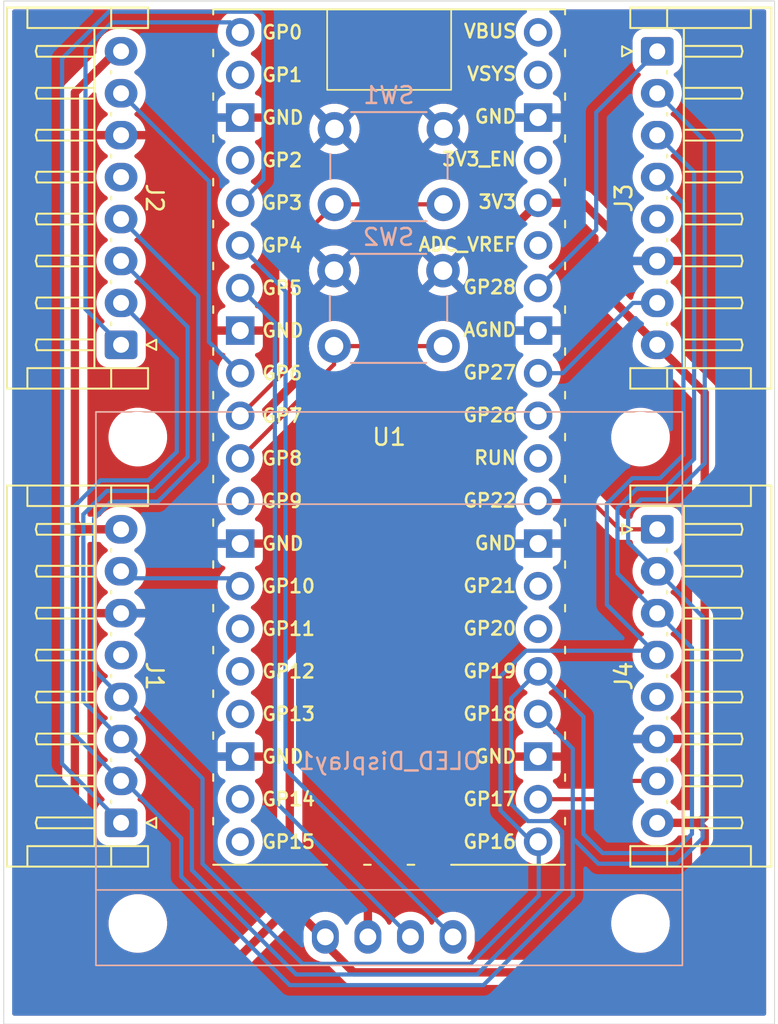
<source format=kicad_pcb>
(kicad_pcb (version 20240108) (generator "pcbnew") (generator_version "8.0")
  (title_block (comment 4 "AISLER Project ID: PPEGBROT"))
  (layers (0 "F.Cu" signal) (31 "B.Cu" signal) (34 "B.Paste" user) (35 "F.Paste" user) (36 "B.SilkS" user "B.Silkscreen") (37 "F.SilkS" user "F.Silkscreen") (38 "B.Mask" user) (39 "F.Mask" user) (44 "Edge.Cuts" user))
  (net 0 "")
  (net 2 "SPI_SCK")
  (net 3 "RFID_1_RST")
  (net 4 "GND")
  (net 5 "RFID_1_SDA")
  (net 6 "SPI_MOSI")
  (net 7 "SPI_MISO")
  (net 8 "RFID_2_SDA")
  (net 9 "RFID_2_RST")
  (net 12 "RFID_3_RST")
  (net 13 "RFID_3_SDA")
  (net 14 "RFID_4_SDA")
  (net 16 "RFID_4_RST")
  (net 17 "+3.3V")
  (net 18 "OLED_SDA")
  (net 19 "OLED_SCL")
  (net 20 "BTN_1")
  (net 36 "BTN_2")
  (footprint "Connector_JST:JST_EH_S8B-EH_1x08_P2.50mm_Horizontal" (layer "F.Cu") (at 66 55.5 -90)
    (property "Reference" "J4" (at 8.75 2 90) (layer "F.SilkS"))
    (property "Value" "Conn_01x08_Socket")
    (pad "1" thru_hole roundrect (at 0 0 270) (size 1.7 1.95) (drill 0.95) (layers "*.Cu" "*.Mask") (roundrect_rratio 0.147059) (net 14 "RFID_4_SDA"))
    (pad "2" thru_hole oval (at 2.5 0 270) (size 1.7 1.95) (drill 0.95) (layers "*.Cu" "*.Mask") (net 2 "SPI_SCK"))
    (pad "3" thru_hole oval (at 5 0 270) (size 1.7 1.95) (drill 0.95) (layers "*.Cu" "*.Mask") (net 6 "SPI_MOSI"))
    (pad "4" thru_hole oval (at 7.5 0 270) (size 1.7 1.95) (drill 0.95) (layers "*.Cu" "*.Mask") (net 7 "SPI_MISO"))
    (pad "5" thru_hole oval (at 10 0 270) (size 1.7 1.95) (drill 0.95) (layers "*.Cu" "*.Mask"))
    (pad "6" thru_hole oval (at 12.5 0 270) (size 1.7 1.95) (drill 0.95) (layers "*.Cu" "*.Mask") (net 4 "GND"))
    (pad "7" thru_hole oval (at 15 0 270) (size 1.7 1.95) (drill 0.95) (layers "*.Cu" "*.Mask") (net 16 "RFID_4_RST"))
    (pad "8" thru_hole oval (at 17.5 0 270) (size 1.7 1.95) (drill 0.95) (layers "*.Cu" "*.Mask") (net 17 "+3.3V"))
  )
  (footprint "Connector_JST:JST_EH_S8B-EH_1x08_P2.50mm_Horizontal" (layer "F.Cu") (at 34 73 90)
    (property "Reference" "J1" (at 8.75 2 -90) (layer "F.SilkS"))
    (property "Value" "Conn_01x08_Socket")
    (pad "1" thru_hole roundrect (at 0 0 90) (size 1.7 1.95) (drill 0.95) (layers "*.Cu" "*.Mask") (roundrect_rratio 0.147059) (net 5 "RFID_1_SDA"))
    (pad "2" thru_hole oval (at 2.5 0 90) (size 1.7 1.95) (drill 0.95) (layers "*.Cu" "*.Mask") (net 2 "SPI_SCK"))
    (pad "3" thru_hole oval (at 5 0 90) (size 1.7 1.95) (drill 0.95) (layers "*.Cu" "*.Mask") (net 6 "SPI_MOSI"))
    (pad "4" thru_hole oval (at 7.5 0 90) (size 1.7 1.95) (drill 0.95) (layers "*.Cu" "*.Mask") (net 7 "SPI_MISO"))
    (pad "5" thru_hole oval (at 10 0 90) (size 1.7 1.95) (drill 0.95) (layers "*.Cu" "*.Mask"))
    (pad "6" thru_hole oval (at 12.5 0 90) (size 1.7 1.95) (drill 0.95) (layers "*.Cu" "*.Mask") (net 4 "GND"))
    (pad "7" thru_hole oval (at 15 0 90) (size 1.7 1.95) (drill 0.95) (layers "*.Cu" "*.Mask") (net 3 "RFID_1_RST"))
    (pad "8" thru_hole oval (at 17.5 0 90) (size 1.7 1.95) (drill 0.95) (layers "*.Cu" "*.Mask") (net 17 "+3.3V"))
  )
  (footprint "MCU_RaspberryPi_and_Boards:RPi_Pico_SMD_TH_Simple" (layer "F.Cu") (at 50 50)
    (property "Reference" "U1" (at 0 0 0) (layer "F.SilkS"))
    (property "Value" "Pico")
    (fp_text user "GP7" (at -6.380953 -1.27 0) (layer "F.SilkS") (effects (font (size 0.8 0.8))))
    (fp_text user "GP14" (at -6 21.59 0) (layer "F.SilkS") (effects (font (size 0.8 0.8))))
    (fp_text user "GP20" (at 6 11.411576 0) (layer "F.SilkS") (effects (font (size 0.8 0.8))))
    (fp_text user "GP19" (at 6 13.95526 0) (layer "F.SilkS") (effects (font (size 0.8 0.8))))
    (fp_text user "GP0" (at -6.380953 -24.13 0) (layer "F.SilkS") (effects (font (size 0.8 0.8))))
    (fp_text user "GND" (at 6.342857 6.324208 0) (layer "F.SilkS") (effects (font (size 0.8 0.8))))
    (fp_text user "GP12" (at -6 13.97 0) (layer "F.SilkS") (effects (font (size 0.8 0.8))))
    (fp_text user "GND" (at -6.342858 19.05 0) (layer "F.SilkS") (effects (font (size 0.8 0.8))))
    (fp_text user "VSYS" (at 6.114286 -21.656316 0) (layer "F.SilkS") (effects (font (size 0.8 0.8))))
    (fp_text user "GND" (at -6.342858 -6.35 0) (layer "F.SilkS") (effects (font (size 0.8 0.8))))
    (fp_text user "3V3_EN" (at 5.371428 -16.568948 0) (layer "F.SilkS") (effects (font (size 0.8 0.8))))
    (fp_text user "GND" (at 6.342857 19.042628 0) (layer "F.SilkS") (effects (font (size 0.8 0.8))))
    (fp_text user "GP26" (at 6 -1.306844 0) (layer "F.SilkS") (effects (font (size 0.8 0.8))))
    (fp_text user "GP17" (at 6 21.586312 0) (layer "F.SilkS") (effects (font (size 0.8 0.8))))
    (fp_text user "GP6" (at -6.380953 -3.81 0) (layer "F.SilkS") (effects (font (size 0.8 0.8))))
    (fp_text user "GND" (at -6.342858 6.35 0) (layer "F.SilkS") (effects (font (size 0.8 0.8))))
    (fp_text user "GP11" (at -6 11.43 0) (layer "F.SilkS") (effects (font (size 0.8 0.8))))
    (fp_text user "GP4" (at -6.380953 -11.43 0) (layer "F.SilkS") (effects (font (size 0.8 0.8))))
    (fp_text user "GP15" (at -6 24.13 0) (layer "F.SilkS") (effects (font (size 0.8 0.8))))
    (fp_text user "GP22" (at 6 3.780524 0) (layer "F.SilkS") (effects (font (size 0.8 0.8))))
    (fp_text user "GP27" (at 6 -3.850528 0) (layer "F.SilkS") (effects (font (size 0.8 0.8))))
    (fp_text user "GP16" (at 6 24.13 0) (layer "F.SilkS") (effects (font (size 0.8 0.8))))
    (fp_text user "GP1" (at -6.380953 -21.59 0) (layer "F.SilkS") (effects (font (size 0.8 0.8))))
    (fp_text user "GP3" (at -6.380953 -13.97 0) (layer "F.SilkS") (effects (font (size 0.8 0.8))))
    (fp_text user "GP9" (at -6.380953 3.81 0) (layer "F.SilkS") (effects (font (size 0.8 0.8))))
    (fp_text user "GP21" (at 6 8.867892 0) (layer "F.SilkS") (effects (font (size 0.8 0.8))))
    (fp_text user "GND" (at 6.342857 -19.112632 0) (layer "F.SilkS") (effects (font (size 0.8 0.8))))
    (fp_text user "GP13" (at -6 16.51 0) (layer "F.SilkS") (effects (font (size 0.8 0.8))))
    (fp_text user "GP2" (at -6.380953 -16.51 0) (layer "F.SilkS") (effects (font (size 0.8 0.8))))
    (fp_text user "3V3" (at 6.457143 -14.025264 0) (layer "F.SilkS") (effects (font (size 0.8 0.8))))
    (fp_text user "GP28" (at 6 -8.937896 0) (layer "F.SilkS") (effects (font (size 0.8 0.8))))
    (fp_text user "GP8" (at -6.380953 1.27 0) (layer "F.SilkS") (effects (font (size 0.8 0.8))))
    (fp_text user "VBUS" (at 6.019048 -24.2 0) (layer "F.SilkS") (effects (font (size 0.8 0.8))))
    (fp_text user "GP10" (at -6 8.89 0) (layer "F.SilkS") (effects (font (size 0.8 0.8))))
    (fp_text user "AGND" (at 6 -6.394212 0) (layer "F.SilkS") (effects (font (size 0.8 0.8))))
    (fp_text user "ADC_VREF" (at 4.666667 -11.48158 0) (layer "F.SilkS") (effects (font (size 0.8 0.8))))
    (fp_text user "GP18" (at 6 16.498944 0) (layer "F.SilkS") (effects (font (size 0.8 0.8))))
    (fp_text user "GND" (at -6.342858 -19.05 0) (layer "F.SilkS") (effects (font (size 0.8 0.8))))
    (fp_text user "RUN" (at 6.32381 1.23684 0) (layer "F.SilkS") (effects (font (size 0.8 0.8))))
    (fp_text user "GP5" (at -6.380953 -8.89 0) (layer "F.SilkS") (effects (font (size 0.8 0.8))))
    (pad "1" thru_hole oval (at -8.89 -24.13) (size 1.7 1.7) (drill 1.02) (layers "*.Cu" "*.Mask") (net 8 "RFID_2_SDA"))
    (pad "2" thru_hole oval (at -8.89 -21.59) (size 1.7 1.7) (drill 1.02) (layers "*.Cu" "*.Mask"))
    (pad "3" thru_hole rect (at -8.89 -19.05) (size 1.7 1.7) (drill 1.02) (layers "*.Cu" "*.Mask") (net 4 "GND"))
    (pad "4" thru_hole oval (at -8.89 -16.51) (size 1.7 1.7) (drill 1.02) (layers "*.Cu" "*.Mask"))
    (pad "5" thru_hole oval (at -8.89 -13.97) (size 1.7 1.7) (drill 1.02) (layers "*.Cu" "*.Mask") (net 5 "RFID_1_SDA"))
    (pad "6" thru_hole oval (at -8.89 -11.43) (size 1.7 1.7) (drill 1.02) (layers "*.Cu" "*.Mask") (net 18 "OLED_SDA"))
    (pad "7" thru_hole oval (at -8.89 -8.89) (size 1.7 1.7) (drill 1.02) (layers "*.Cu" "*.Mask") (net 19 "OLED_SCL"))
    (pad "8" thru_hole rect (at -8.89 -6.35) (size 1.7 1.7) (drill 1.02) (layers "*.Cu" "*.Mask") (net 4 "GND"))
    (pad "9" thru_hole oval (at -8.89 -3.81) (size 1.7 1.7) (drill 1.02) (layers "*.Cu" "*.Mask") (net 9 "RFID_2_RST"))
    (pad "10" thru_hole oval (at -8.89 -1.27) (size 1.7 1.7) (drill 1.02) (layers "*.Cu" "*.Mask") (net 20 "BTN_1"))
    (pad "11" thru_hole oval (at -8.89 1.27) (size 1.7 1.7) (drill 1.02) (layers "*.Cu" "*.Mask") (net 36 "BTN_2"))
    (pad "12" thru_hole oval (at -8.89 3.81) (size 1.7 1.7) (drill 1.02) (layers "*.Cu" "*.Mask"))
    (pad "13" thru_hole rect (at -8.89 6.35) (size 1.7 1.7) (drill 1.02) (layers "*.Cu" "*.Mask") (net 4 "GND"))
    (pad "14" thru_hole oval (at -8.89 8.89) (size 1.7 1.7) (drill 1.02) (layers "*.Cu" "*.Mask") (net 3 "RFID_1_RST"))
    (pad "15" thru_hole oval (at -8.89 11.43) (size 1.7 1.7) (drill 1.02) (layers "*.Cu" "*.Mask"))
    (pad "16" thru_hole oval (at -8.89 13.97) (size 1.7 1.7) (drill 1.02) (layers "*.Cu" "*.Mask"))
    (pad "17" thru_hole oval (at -8.89 16.51) (size 1.7 1.7) (drill 1.02) (layers "*.Cu" "*.Mask"))
    (pad "18" thru_hole rect (at -8.89 19.05) (size 1.7 1.7) (drill 1.02) (layers "*.Cu" "*.Mask") (net 4 "GND"))
    (pad "19" thru_hole oval (at -8.89 21.59) (size 1.7 1.7) (drill 1.02) (layers "*.Cu" "*.Mask"))
    (pad "20" thru_hole oval (at -8.89 24.13) (size 1.7 1.7) (drill 1.02) (layers "*.Cu" "*.Mask"))
    (pad "21" thru_hole oval (at 8.89 24.13) (size 1.7 1.7) (drill 1.02) (layers "*.Cu" "*.Mask") (net 7 "SPI_MISO"))
    (pad "22" thru_hole oval (at 8.89 21.59) (size 1.7 1.7) (drill 1.02) (layers "*.Cu" "*.Mask") (net 16 "RFID_4_RST"))
    (pad "23" thru_hole rect (at 8.89 19.05) (size 1.7 1.7) (drill 1.02) (layers "*.Cu" "*.Mask") (net 4 "GND"))
    (pad "24" thru_hole oval (at 8.89 16.51) (size 1.7 1.7) (drill 1.02) (layers "*.Cu" "*.Mask") (net 2 "SPI_SCK"))
    (pad "25" thru_hole oval (at 8.89 13.97) (size 1.7 1.7) (drill 1.02) (layers "*.Cu" "*.Mask") (net 6 "SPI_MOSI"))
    (pad "26" thru_hole oval (at 8.89 11.43) (size 1.7 1.7) (drill 1.02) (layers "*.Cu" "*.Mask"))
    (pad "27" thru_hole oval (at 8.89 8.89) (size 1.7 1.7) (drill 1.02) (layers "*.Cu" "*.Mask"))
    (pad "28" thru_hole rect (at 8.89 6.35) (size 1.7 1.7) (drill 1.02) (layers "*.Cu" "*.Mask") (net 4 "GND"))
    (pad "29" thru_hole oval (at 8.89 3.81) (size 1.7 1.7) (drill 1.02) (layers "*.Cu" "*.Mask") (net 14 "RFID_4_SDA"))
    (pad "30" thru_hole oval (at 8.89 1.27) (size 1.7 1.7) (drill 1.02) (layers "*.Cu" "*.Mask"))
    (pad "31" thru_hole oval (at 8.89 -1.27) (size 1.7 1.7) (drill 1.02) (layers "*.Cu" "*.Mask"))
    (pad "32" thru_hole oval (at 8.89 -3.81) (size 1.7 1.7) (drill 1.02) (layers "*.Cu" "*.Mask") (net 12 "RFID_3_RST"))
    (pad "33" thru_hole rect (at 8.89 -6.35) (size 1.7 1.7) (drill 1.02) (layers "*.Cu" "*.Mask") (net 4 "GND"))
    (pad "34" thru_hole oval (at 8.89 -8.89) (size 1.7 1.7) (drill 1.02) (layers "*.Cu" "*.Mask") (net 13 "RFID_3_SDA"))
    (pad "35" thru_hole oval (at 8.89 -11.43) (size 1.7 1.7) (drill 1.02) (layers "*.Cu" "*.Mask"))
    (pad "36" thru_hole oval (at 8.89 -13.97) (size 1.7 1.7) (drill 1.02) (layers "*.Cu" "*.Mask") (net 17 "+3.3V"))
    (pad "37" thru_hole oval (at 8.89 -16.51) (size 1.7 1.7) (drill 1.02) (layers "*.Cu" "*.Mask"))
    (pad "38" thru_hole rect (at 8.89 -19.05) (size 1.7 1.7) (drill 1.02) (layers "*.Cu" "*.Mask") (net 4 "GND"))
    (pad "39" thru_hole oval (at 8.89 -21.59) (size 1.7 1.7) (drill 1.02) (layers "*.Cu" "*.Mask"))
    (pad "40" thru_hole oval (at 8.89 -24.13) (size 1.7 1.7) (drill 1.02) (layers "*.Cu" "*.Mask"))
  )
  (footprint "Connector_JST:JST_EH_S8B-EH_1x08_P2.50mm_Horizontal" (layer "F.Cu") (at 66 27 -90)
    (property "Reference" "J3" (at 8.75 2 90) (layer "F.SilkS"))
    (property "Value" "Conn_01x08_Socket")
    (pad "1" thru_hole roundrect (at 0 0 270) (size 1.7 1.95) (drill 0.95) (layers "*.Cu" "*.Mask") (roundrect_rratio 0.147059) (net 13 "RFID_3_SDA"))
    (pad "2" thru_hole oval (at 2.5 0 270) (size 1.7 1.95) (drill 0.95) (layers "*.Cu" "*.Mask") (net 2 "SPI_SCK"))
    (pad "3" thru_hole oval (at 5 0 270) (size 1.7 1.95) (drill 0.95) (layers "*.Cu" "*.Mask") (net 6 "SPI_MOSI"))
    (pad "4" thru_hole oval (at 7.5 0 270) (size 1.7 1.95) (drill 0.95) (layers "*.Cu" "*.Mask") (net 7 "SPI_MISO"))
    (pad "5" thru_hole oval (at 10 0 270) (size 1.7 1.95) (drill 0.95) (layers "*.Cu" "*.Mask"))
    (pad "6" thru_hole oval (at 12.5 0 270) (size 1.7 1.95) (drill 0.95) (layers "*.Cu" "*.Mask") (net 4 "GND"))
    (pad "7" thru_hole oval (at 15 0 270) (size 1.7 1.95) (drill 0.95) (layers "*.Cu" "*.Mask") (net 12 "RFID_3_RST"))
    (pad "8" thru_hole oval (at 17.5 0 270) (size 1.7 1.95) (drill 0.95) (layers "*.Cu" "*.Mask") (net 17 "+3.3V"))
  )
  (footprint "Connector_JST:JST_EH_S8B-EH_1x08_P2.50mm_Horizontal" (layer "F.Cu") (at 34 44.5 90)
    (property "Reference" "J2" (at 8.75 2 -90) (layer "F.SilkS"))
    (property "Value" "Conn_01x08_Socket")
    (pad "1" thru_hole roundrect (at 0 0 90) (size 1.7 1.95) (drill 0.95) (layers "*.Cu" "*.Mask") (roundrect_rratio 0.147059) (net 8 "RFID_2_SDA"))
    (pad "2" thru_hole oval (at 2.5 0 90) (size 1.7 1.95) (drill 0.95) (layers "*.Cu" "*.Mask") (net 2 "SPI_SCK"))
    (pad "3" thru_hole oval (at 5 0 90) (size 1.7 1.95) (drill 0.95) (layers "*.Cu" "*.Mask") (net 6 "SPI_MOSI"))
    (pad "4" thru_hole oval (at 7.5 0 90) (size 1.7 1.95) (drill 0.95) (layers "*.Cu" "*.Mask") (net 7 "SPI_MISO"))
    (pad "5" thru_hole oval (at 10 0 90) (size 1.7 1.95) (drill 0.95) (layers "*.Cu" "*.Mask"))
    (pad "6" thru_hole oval (at 12.5 0 90) (size 1.7 1.95) (drill 0.95) (layers "*.Cu" "*.Mask") (net 4 "GND"))
    (pad "7" thru_hole oval (at 15 0 90) (size 1.7 1.95) (drill 0.95) (layers "*.Cu" "*.Mask") (net 9 "RFID_2_RST"))
    (pad "8" thru_hole oval (at 17.5 0 90) (size 1.7 1.95) (drill 0.95) (layers "*.Cu" "*.Mask") (net 17 "+3.3V"))
  )
  (footprint "Button_Switch_THT:SW_PUSH_6mm_H7.3mm" (layer "B.Cu") (at 53.236 31.623 180)
    (property "Reference" "SW1" (at 3.25 2 180) (layer "B.SilkS") (effects (justify mirror)))
    (property "Value" "SW_Push")
    (pad "1" thru_hole circle (at 0 0 90) (size 2 2) (drill 1.1) (layers "*.Cu" "*.Mask") (net 4 "GND"))
    (pad "1" thru_hole circle (at 6.5 0 90) (size 2 2) (drill 1.1) (layers "*.Cu" "*.Mask") (net 4 "GND"))
    (pad "2" thru_hole circle (at 0 -4.5 90) (size 2 2) (drill 1.1) (layers "*.Cu" "*.Mask") (net 20 "BTN_1"))
    (pad "2" thru_hole circle (at 6.5 -4.5 90) (size 2 2) (drill 1.1) (layers "*.Cu" "*.Mask") (net 20 "BTN_1"))
  )
  (footprint "SSD1306:128x64OLED_1.3" (layer "B.Cu") (at 50 65)
    (property "Reference" "OLED_Display1" (at 0.038 4.326 0) (layer "B.SilkS") (effects (justify mirror)))
    (property "Value" "SSD1306")
    (pad "" np_thru_hole circle (at -15 -15) (size 3 3) (drill 3) (layers "F&B.Cu" "*.Mask"))
    (pad "" np_thru_hole circle (at -15 14) (size 3 3) (drill 3) (layers "F&B.Cu" "*.Mask"))
    (pad "" np_thru_hole circle (at 15 -15) (size 3 3) (drill 3) (layers "F&B.Cu" "*.Mask"))
    (pad "" np_thru_hole circle (at 15 14) (size 3 3) (drill 3) (layers "F&B.Cu" "*.Mask"))
    (pad "1" thru_hole oval (at -1.27 14.8 270) (size 2 1.6) (drill 1) (layers "*.Cu" "*.Mask") (net 4 "GND"))
    (pad "2" thru_hole oval (at -3.81 14.8 270) (size 2 1.6) (drill 1) (layers "*.Cu" "*.Mask") (net 17 "+3.3V"))
    (pad "3" thru_hole oval (at 1.27 14.8 270) (size 2 1.6) (drill 1) (layers "*.Cu" "*.Mask") (net 19 "OLED_SCL"))
    (pad "4" thru_hole oval (at 3.81 14.8 270) (size 2 1.6) (drill 1) (layers "*.Cu" "*.Mask") (net 18 "OLED_SDA"))
  )
  (footprint "Button_Switch_THT:SW_PUSH_6mm_H7.3mm" (layer "B.Cu") (at 53.213 40.077 180)
    (property "Reference" "SW2" (at 3.25 2 180) (layer "B.SilkS") (effects (justify mirror)))
    (property "Value" "SW_Push")
    (pad "1" thru_hole circle (at 0 0 90) (size 2 2) (drill 1.1) (layers "*.Cu" "*.Mask") (net 4 "GND"))
    (pad "1" thru_hole circle (at 6.5 0 90) (size 2 2) (drill 1.1) (layers "*.Cu" "*.Mask") (net 4 "GND"))
    (pad "2" thru_hole circle (at 0 -4.5 90) (size 2 2) (drill 1.1) (layers "*.Cu" "*.Mask") (net 36 "BTN_2"))
    (pad "2" thru_hole circle (at 6.5 -4.5 90) (size 2 2) (drill 1.1) (layers "*.Cu" "*.Mask") (net 36 "BTN_2"))
  )
  (gr_rect (start 27 24) (end 73 85) (stroke (width 0.05)) (fill none) (layer "Edge.Cuts"))
  (segment (start 35.6235 52.578) (end 37.327 50.8745) (width 0.25) (layer "B.Cu") (net 2))
  (segment (start 60.96 68.58) (end 58.89 66.51) (width 0.25) (layer "B.Cu") (net 2))
  (segment (start 67.183 75.438) (end 68.707 73.914) (width 0.25) (layer "B.Cu") (net 2))
  (segment (start 65.025396 53.721) (end 66.675 53.721) (width 0.25) (layer "B.Cu") (net 2))
  (segment (start 60.96 74.168) (end 60.96 73.914) (width 0.25) (layer "B.Cu") (net 2))
  (segment (start 32.766 52.578) (end 35.6235 52.578) (width 0.25) (layer "B.Cu") (net 2))
  (segment (start 66 58) (end 64.262 56.262) (width 0.25) (layer "B.Cu") (net 2))
  (segment (start 37.592 73.914) (end 37.592 76.2) (width 0.25) (layer "B.Cu") (net 2))
  (segment (start 37.327 45.327) (end 34 42) (width 0.25) (layer "B.Cu") (net 2))
  (segment (start 68.834 32.334) (end 66 29.5) (width 0.25) (layer "B.Cu") (net 2))
  (segment (start 34 70.5) (end 34.178 70.5) (width 0.25) (layer "B.Cu") (net 2))
  (segment (start 34.178 70.5) (end 37.592 73.914) (width 0.25) (layer "B.Cu") (net 2))
  (segment (start 44.069 82.677) (end 55.626 82.677) (width 0.25) (layer "B.Cu") (net 2))
  (segment (start 55.626 82.677) (end 60.96 77.343) (width 0.25) (layer "B.Cu") (net 2))
  (segment (start 66.675 53.721) (end 68.834 51.562) (width 0.25) (layer "B.Cu") (net 2))
  (segment (start 37.592 76.2) (end 44.069 82.677) (width 0.25) (layer "B.Cu") (net 2))
  (segment (start 68.834 51.562) (end 68.834 32.334) (width 0.25) (layer "B.Cu") (net 2))
  (segment (start 31.115 67.615) (end 31.115 54.229) (width 0.25) (layer "B.Cu") (net 2))
  (segment (start 37.327 50.8745) (end 37.327 45.327) (width 0.25) (layer "B.Cu") (net 2))
  (segment (start 64.262 56.262) (end 64.262 54.484396) (width 0.25) (layer "B.Cu") (net 2))
  (segment (start 60.96 74.168) (end 60.96 68.58) (width 0.25) (layer "B.Cu") (net 2))
  (segment (start 62.484 75.438) (end 67.183 75.438) (width 0.25) (layer "B.Cu") (net 2))
  (segment (start 60.96 73.914) (end 62.484 75.438) (width 0.25) (layer "B.Cu") (net 2))
  (segment (start 34 70.5) (end 31.115 67.615) (width 0.25) (layer "B.Cu") (net 2))
  (segment (start 31.115 54.229) (end 32.766 52.578) (width 0.25) (layer "B.Cu") (net 2))
  (segment (start 64.262 54.484396) (end 65.025396 53.721) (width 0.25) (layer "B.Cu") (net 2))
  (segment (start 60.96 77.343) (end 60.96 76.962) (width 0.25) (layer "B.Cu") (net 2))
  (segment (start 60.96 76.962) (end 60.96 74.168) (width 0.25) (layer "B.Cu") (net 2))
  (segment (start 68.707 73.914) (end 68.707 60.707) (width 0.25) (layer "B.Cu") (net 2))
  (segment (start 68.707 60.707) (end 66 58) (width 0.25) (layer "B.Cu") (net 2))
  (segment (start 40.64 58.42) (end 41.11 58.89) (width 0.25) (layer "B.Cu") (net 3))
  (segment (start 34.42 58.42) (end 40.64 58.42) (width 0.25) (layer "B.Cu") (net 3))
  (segment (start 34 58) (end 34.42 58.42) (width 0.25) (layer "B.Cu") (net 3))
  (segment (start 34 73) (end 30.48 69.48) (width 0.25) (layer "B.Cu") (net 5))
  (segment (start 42.5 34.64) (end 41.11 36.03) (width 0.25) (layer "B.Cu") (net 5))
  (segment (start 42.5 24.847) (end 42.5 34.64) (width 0.25) (layer "B.Cu") (net 5))
  (segment (start 30.48 69.48) (end 30.48 27.432) (width 0.25) (layer "B.Cu") (net 5))
  (segment (start 30.48 27.432) (end 33.274 24.638) (width 0.25) (layer "B.Cu") (net 5))
  (segment (start 33.274 24.638) (end 42.291 24.638) (width 0.25) (layer "B.Cu") (net 5))
  (segment (start 42.291 24.638) (end 42.5 24.847) (width 0.25) (layer "B.Cu") (net 5))
  (segment (start 64.771396 53.086) (end 66.421 53.086) (width 0.25) (layer "B.Cu") (net 6))
  (segment (start 63.627 54.230396) (end 64.771396 53.086) (width 0.25) (layer "B.Cu") (net 6))
  (segment (start 35.941 53.213) (end 37.973 51.181) (width 0.25) (layer "B.Cu") (net 6))
  (segment (start 60.325 73.533001) (end 60.325 76.962) (width 0.25) (layer "B.Cu") (net 6))
  (segment (start 34.039 39.5) (end 34 39.5) (width 0.25) (layer "B.Cu") (net 6))
  (segment (start 66.929 74.803) (end 68.072 73.66) (width 0.25) (layer "B.Cu") (net 6))
  (segment (start 57.277 71.880604) (end 58.294396 72.898) (width 0.25) (layer "B.Cu") (net 6))
  (segment (start 61.595 66.675) (end 61.595 73.66) (width 0.25) (layer "B.Cu") (net 6))
  (segment (start 34 68) (end 31.75 65.75) (width 0.25) (layer "B.Cu") (net 6))
  (segment (start 66.421 53.086) (end 68.199 51.308) (width 0.25) (layer "B.Cu") (net 6))
  (segment (start 44.45 82.042) (end 38.227 75.819) (width 0.25) (layer "B.Cu") (net 6))
  (segment (start 31.75 54.61) (end 33.147 53.213) (width 0.25) (layer "B.Cu") (net 6))
  (segment (start 33.147 53.213) (end 35.941 53.213) (width 0.25) (layer "B.Cu") (net 6))
  (segment (start 31.75 65.75) (end 31.75 54.61) (width 0.25) (layer "B.Cu") (net 6))
  (segment (start 58.89 63.97) (end 57.277 65.583) (width 0.25) (layer "B.Cu") (net 6))
  (segment (start 62.738 74.803) (end 66.929 74.803) (width 0.25) (layer "B.Cu") (net 6))
  (segment (start 61.595 73.66) (end 62.738 74.803) (width 0.25) (layer "B.Cu") (net 6))
  (segment (start 68.072 62.572) (end 66 60.5) (width 0.25) (layer "B.Cu") (net 6))
  (segment (start 60.325 76.962) (end 55.245 82.042) (width 0.25) (layer "B.Cu") (net 6))
  (segment (start 59.689999 72.898) (end 60.325 73.533001) (width 0.25) (layer "B.Cu") (net 6))
  (segment (start 57.277 65.583) (end 57.277 71.880604) (width 0.25) (layer "B.Cu") (net 6))
  (segment (start 55.245 82.042) (end 44.45 82.042) (width 0.25) (layer "B.Cu") (net 6))
  (segment (start 68.199 51.308) (end 68.199 34.199) (width 0.25) (layer "B.Cu") (net 6))
  (segment (start 68.199 34.199) (end 66 32) (width 0.25) (layer "B.Cu") (net 6))
  (segment (start 68.072 73.66) (end 68.072 62.572) (width 0.25) (layer "B.Cu") (net 6))
  (segment (start 63.627 58.127) (end 63.627 54.230396) (width 0.25) (layer "B.Cu") (net 6))
  (segment (start 38.227 75.819) (end 38.227 72.227) (width 0.25) (layer "B.Cu") (net 6))
  (segment (start 37.973 43.434) (end 34.039 39.5) (width 0.25) (layer "B.Cu") (net 6))
  (segment (start 66 60.5) (end 63.627 58.127) (width 0.25) (layer "B.Cu") (net 6))
  (segment (start 38.227 72.227) (end 34 68) (width 0.25) (layer "B.Cu") (net 6))
  (segment (start 58.294396 72.898) (end 59.689999 72.898) (width 0.25) (layer "B.Cu") (net 6))
  (segment (start 58.89 63.97) (end 61.595 66.675) (width 0.25) (layer "B.Cu") (net 6))
  (segment (start 37.973 51.181) (end 37.973 43.434) (width 0.25) (layer "B.Cu") (net 6))
  (segment (start 58.928 74.168) (end 58.928 77.343) (width 0.25) (layer "B.Cu") (net 7))
  (segment (start 65.738 62.738) (end 66 63) (width 0.25) (layer "B.Cu") (net 7))
  (segment (start 38.862 70.362) (end 34 65.5) (width 0.25) (layer "B.Cu") (net 7))
  (segment (start 38.862 75.438) (end 38.862 70.362) (width 0.25) (layer "B.Cu") (net 7))
  (segment (start 64.516 52.451) (end 66.167 52.451) (width 0.25) (layer "B.Cu") (net 7))
  (segment (start 58.166 62.738) (end 65.738 62.738) (width 0.25) (layer "B.Cu") (net 7))
  (segment (start 33.401 53.848) (end 36.195 53.848) (width 0.25) (layer "B.Cu") (net 7))
  (segment (start 34 65.5) (end 32.385 63.885) (width 0.25) (layer "B.Cu") (net 7))
  (segment (start 32.385 63.885) (end 32.385 54.864) (width 0.25) (layer "B.Cu") (net 7))
  (segment (start 36.195 53.848) (end 38.608 51.435) (width 0.25) (layer "B.Cu") (net 7))
  (segment (start 58.89 74.13) (end 58.509 74.13) (width 0.25) (layer "B.Cu") (net 7))
  (segment (start 58.928 77.343) (end 54.864 81.407) (width 0.25) (layer "B.Cu") (net 7))
  (segment (start 38.608 41.608) (end 34 37) (width 0.25) (layer "B.Cu") (net 7))
  (segment (start 67.564 36.064) (end 66 34.5) (width 0.25) (layer "B.Cu") (net 7))
  (segment (start 58.89 74.13) (end 58.928 74.168) (width 0.25) (layer "B.Cu") (net 7))
  (segment (start 62.992 59.992) (end 62.992 53.975) (width 0.25) (layer "B.Cu") (net 7))
  (segment (start 32.385 54.864) (end 33.401 53.848) (width 0.25) (layer "B.Cu") (net 7))
  (segment (start 66 63) (end 62.992 59.992) (width 0.25) (layer "B.Cu") (net 7))
  (segment (start 44.831 81.407) (end 38.862 75.438) (width 0.25) (layer "B.Cu") (net 7))
  (segment (start 67.564 51.054) (end 67.564 36.064) (width 0.25) (layer "B.Cu") (net 7))
  (segment (start 58.509 74.13) (end 56.642 72.263) (width 0.25) (layer "B.Cu") (net 7))
  (segment (start 56.642 64.262) (end 58.166 62.738) (width 0.25) (layer "B.Cu") (net 7))
  (segment (start 66.167 52.451) (end 67.564 51.054) (width 0.25) (layer "B.Cu") (net 7))
  (segment (start 62.992 53.975) (end 64.516 52.451) (width 0.25) (layer "B.Cu") (net 7))
  (segment (start 54.864 81.407) (end 44.831 81.407) (width 0.25) (layer "B.Cu") (net 7))
  (segment (start 38.608 51.435) (end 38.608 41.608) (width 0.25) (layer "B.Cu") (net 7))
  (segment (start 56.642 72.263) (end 56.642 64.262) (width 0.25) (layer "B.Cu") (net 7))
  (segment (start 40.513 25.273) (end 41.11 25.87) (width 0.25) (layer "B.Cu") (net 8))
  (segment (start 31.877 26.8605) (end 33.4645 25.273) (width 0.25) (layer "B.Cu") (net 8))
  (segment (start 34 44.5) (end 31.877 42.377) (width 0.25) (layer "B.Cu") (net 8))
  (segment (start 31.877 42.377) (end 31.877 26.8605) (width 0.25) (layer "B.Cu") (net 8))
  (segment (start 33.4645 25.273) (end 40.513 25.273) (width 0.25) (layer "B.Cu") (net 8))
  (segment (start 39.243 44.323) (end 41.11 46.19) (width 0.25) (layer "B.Cu") (net 9))
  (segment (start 39.243 34.743) (end 39.243 44.323) (width 0.25) (layer "B.Cu") (net 9))
  (segment (start 34 29.5) (end 39.243 34.743) (width 0.25) (layer "B.Cu") (net 9))
  (segment (start 60.363 46.19) (end 58.89 46.19) (width 0.25) (layer "B.Cu") (net 12))
  (segment (start 66 42) (end 64.553 42) (width 0.25) (layer "B.Cu") (net 12))
  (segment (start 64.553 42) (end 60.363 46.19) (width 0.25) (layer "B.Cu") (net 12))
  (segment (start 62.357 30.643) (end 62.357 37.643) (width 0.25) (layer "B.Cu") (net 13))
  (segment (start 62.357 37.643) (end 58.89 41.11) (width 0.25) (layer "B.Cu") (net 13))
  (segment (start 66 27) (end 62.357 30.643) (width 0.25) (layer "B.Cu") (net 13))
  (segment (start 66 55.5) (end 63.75 55.5) (width 0.25) (layer "F.Cu") (net 14))
  (segment (start 62.06 53.81) (end 58.89 53.81) (width 0.25) (layer "F.Cu") (net 14))
  (segment (start 63.75 55.5) (end 62.06 53.81) (width 0.25) (layer "F.Cu") (net 14))
  (segment (start 66 70.5) (end 63.75 70.5) (width 0.25) (layer "F.Cu") (net 16))
  (segment (start 62.66 71.59) (end 58.89 71.59) (width 0.25) (layer "F.Cu") (net 16))
  (segment (start 63.75 70.5) (end 62.66 71.59) (width 0.25) (layer "F.Cu") (net 16))
  (segment (start 68.453 73.025) (end 68.834 72.644) (width 0.5) (layer "F.Cu") (net 17))
  (segment (start 46.19 80.226) (end 47.879 81.915) (width 0.5) (layer "F.Cu") (net 17))
  (segment (start 46.19 79.8) (end 46.19 80.226) (width 0.5) (layer "F.Cu") (net 17))
  (segment (start 68.834 72.644) (end 68.834 47.371) (width 0.5) (layer "F.Cu") (net 17))
  (segment (start 46.018 79.8) (end 46.19 79.8) (width 0.5) (layer "F.Cu") (net 17))
  (segment (start 68.834 78.74) (end 68.834 73.406) (width 0.5) (layer "F.Cu") (net 17))
  (segment (start 65.659 81.915) (end 68.834 78.74) (width 0.5) (layer "F.Cu") (net 17))
  (segment (start 63.246 37.719) (end 61.557 36.03) (width 0.5) (layer "F.Cu") (net 17))
  (segment (start 44.069 64.262) (end 44.069 77) (width 0.5) (layer "F.Cu") (net 17))
  (segment (start 61.557 36.03) (end 58.89 36.03) (width 0.5) (layer "F.Cu") (net 17))
  (segment (start 58.89 36.03) (end 56.261 38.659) (width 0.5) (layer "F.Cu") (net 17))
  (segment (start 56.261 52.07) (end 44.069 64.262) (width 0.5) (layer "F.Cu") (net 17))
  (segment (start 44.069 77.978) (end 44.069 77.679) (width 0.5) (layer "F.Cu") (net 17))
  (segment (start 66 44.537) (end 66 44.5) (width 0.5) (layer "F.Cu") (net 17))
  (segment (start 68.834 47.371) (end 66 44.537) (width 0.5) (layer "F.Cu") (net 17))
  (segment (start 63.246 41.746) (end 63.246 37.719) (width 0.5) (layer "F.Cu") (net 17))
  (segment (start 40.132 81.915) (end 44.069 77.978) (width 0.5) (layer "F.Cu") (net 17))
  (segment (start 34 55.5) (end 33.872 55.372) (width 0.5) (layer "F.Cu") (net 17))
  (segment (start 47.879 81.915) (end 65.659 81.915) (width 0.5) (layer "F.Cu") (net 17))
  (segment (start 34.163 81.915) (end 40.132 81.915) (width 0.5) (layer "F.Cu") (net 17))
  (segment (start 31.624 55.5) (end 31.623 55.499) (width 0.5) (layer "F.Cu") (net 17))
  (segment (start 44.069 77.679) (end 44.069 77.851) (width 0.5) (layer "F.Cu") (net 17))
  (segment (start 68.834 73.406) (end 68.453 73.025) (width 0.5) (layer "F.Cu") (net 17))
  (segment (start 31.242 78.994) (end 34.163 81.915) (width 0.5) (layer "F.Cu") (net 17))
  (segment (start 31.242 55.118) (end 31.623 55.499) (width 0.5) (layer "F.Cu") (net 17))
  (segment (start 68.428 73) (end 68.453 73.025) (width 0.5) (layer "F.Cu") (net 17))
  (segment (start 58.89 36.03) (end 59.233 35.687) (width 0.5) (layer "F.Cu") (net 17))
  (segment (start 33.706 27) (end 31.242 29.464) (width 0.5) (layer "F.Cu") (net 17))
  (segment (start 31.623 55.499) (end 31.242 55.88) (width 0.5) (layer "F.Cu") (net 17))
  (segment (start 44.069 77.851) (end 46.018 79.8) (width 0.5) (layer "F.Cu") (net 17))
  (segment (start 44.069 77) (end 44.069 77.679) (width 0.5) (layer "F.Cu") (net 17))
  (segment (start 34 55.5) (end 31.624 55.5) (width 0.5) (layer "F.Cu") (net 17))
  (segment (start 34 27) (end 33.706 27) (width 0.5) (layer "F.Cu") (net 17))
  (segment (start 66 73) (end 68.428 73) (width 0.5) (layer "F.Cu") (net 17))
  (segment (start 31.242 55.88) (end 31.242 78.994) (width 0.5) (layer "F.Cu") (net 17))
  (segment (start 31.242 29.464) (end 31.242 55.118) (width 0.5) (layer "F.Cu") (net 17))
  (segment (start 56.261 38.659) (end 56.261 52.07) (width 0.5) (layer "F.Cu") (net 17))
  (segment (start 34 27) (end 34 26.579) (width 0.5) (layer "F.Cu") (net 17))
  (segment (start 66 44.5) (end 63.246 41.746) (width 0.5) (layer "F.Cu") (net 17))
  (segment (start 43.815 41.315) (end 43.815 69.805) (width 0.25) (layer "B.Cu") (net 18))
  (segment (start 41.11 38.61) (end 43.815 41.315) (width 0.25) (layer "B.Cu") (net 18))
  (segment (start 43.815 69.805) (end 53.81 79.8) (width 0.25) (layer "B.Cu") (net 18))
  (segment (start 41.11 38.57) (end 41.11 38.61) (width 0.25) (layer "B.Cu") (net 18))
  (segment (start 43.18 43.18) (end 43.18 71.71) (width 0.25) (layer "B.Cu") (net 19))
  (segment (start 43.18 71.71) (end 51.27 79.8) (width 0.25) (layer "B.Cu") (net 19))
  (segment (start 41.11 41.11) (end 43.18 43.18) (width 0.25) (layer "B.Cu") (net 19))
  (segment (start 41.11 48.73) (end 44.069 45.771) (width 0.25) (layer "F.Cu") (net 20))
  (segment (start 44.069 45.771) (end 44.069 38.79) (width 0.25) (layer "F.Cu") (net 20))
  (segment (start 44.069 38.79) (end 46.736 36.123) (width 0.25) (layer "F.Cu") (net 20))
  (segment (start 46.736 36.123) (end 53.236 36.123) (width 0.25) (layer "F.Cu") (net 20))
  (segment (start 46.713 44.577) (end 53.213 44.577) (width 0.25) (layer "F.Cu") (net 36))
  (segment (start 46.713 45.667) (end 46.713 44.577) (width 0.25) (layer "F.Cu") (net 36))
  (segment (start 41.11 51.27) (end 46.713 45.667) (width 0.25) (layer "F.Cu") (net 36))
  (zone (net 4) (net_name "GND") (layer "F.Cu") (priority 1) (connect_pads (clearance 0.5)) (min_thickness 0.25) (fill yes (thermal_gap 0.5) (thermal_bridge_width 0.5))
    (polygon (pts (xy 27 24) (xy 27 85) (xy 73 85) (xy 73 24)))
  )
  (zone (net 4) (net_name "GND") (layer "B.Cu") (connect_pads (clearance 0.5)) (min_thickness 0.25) (fill yes (thermal_gap 0.5) (thermal_bridge_width 0.5))
    (polygon (pts (xy 27 24) (xy 27 85) (xy 73 85) (xy 73 24)))
  )
)
</source>
